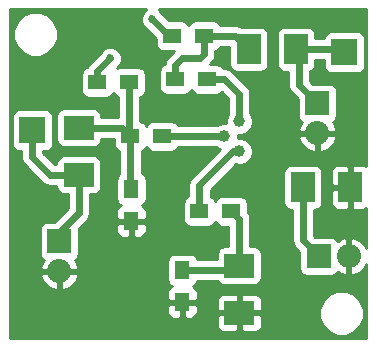
<source format=gtl>
G04 #@! TF.FileFunction,Copper,L1,Top,Signal*
%FSLAX46Y46*%
G04 Gerber Fmt 4.6, Leading zero omitted, Abs format (unit mm)*
G04 Created by KiCad (PCBNEW 0.201508140901+6091~28~ubuntu14.04.1-product) date Fri 18 Sep 2015 07:53:11 PM CEST*
%MOMM*%
G01*
G04 APERTURE LIST*
%ADD10C,0.076200*%
%ADD11R,2.500000X2.000000*%
%ADD12R,2.000000X2.500000*%
%ADD13R,2.032000X2.032000*%
%ADD14O,2.032000X2.032000*%
%ADD15C,1.000760*%
%ADD16R,1.500000X1.300000*%
%ADD17R,1.300000X1.500000*%
%ADD18R,2.235200X2.235200*%
%ADD19C,0.685800*%
%ADD20C,0.609600*%
%ADD21C,0.254000*%
G04 APERTURE END LIST*
D10*
D11*
X151765000Y-106458000D03*
X151765000Y-110458000D03*
X165354000Y-118142000D03*
X165354000Y-122142000D03*
D12*
X170720000Y-111506000D03*
X174720000Y-111506000D03*
X170148000Y-99822000D03*
X166148000Y-99822000D03*
D13*
X150114000Y-116078000D03*
D14*
X150114000Y-118618000D03*
D13*
X172085000Y-117348000D03*
D14*
X174625000Y-117348000D03*
D13*
X171958000Y-104394000D03*
D14*
X171958000Y-106934000D03*
D15*
X164084000Y-107188000D03*
X165354000Y-105918000D03*
X165354000Y-108458000D03*
D16*
X153336000Y-102616000D03*
X156036000Y-102616000D03*
D17*
X156210000Y-111680000D03*
X156210000Y-114380000D03*
D16*
X158830000Y-107188000D03*
X156130000Y-107188000D03*
X159686000Y-98679000D03*
X162386000Y-98679000D03*
X159940000Y-102362000D03*
X162640000Y-102362000D03*
X161972000Y-113538000D03*
X164672000Y-113538000D03*
D17*
X160528000Y-118538000D03*
X160528000Y-121238000D03*
D18*
X147828000Y-106680000D03*
X174244000Y-100076000D03*
D19*
X154432000Y-100584000D03*
X157988000Y-97282000D03*
D20*
X156036000Y-102616000D02*
X156036000Y-107094000D01*
X156036000Y-107094000D02*
X156130000Y-107188000D01*
X156130000Y-107188000D02*
X156130000Y-111600000D01*
X156130000Y-111600000D02*
X156210000Y-111680000D01*
X156083000Y-107141000D02*
X156130000Y-107188000D01*
X151765000Y-106458000D02*
X155400000Y-106458000D01*
X155400000Y-106458000D02*
X156130000Y-107188000D01*
X150114000Y-116078000D02*
X150114000Y-115316000D01*
X150114000Y-115316000D02*
X151765000Y-113665000D01*
X151765000Y-113665000D02*
X151765000Y-110458000D01*
X151765000Y-110458000D02*
X149320000Y-110458000D01*
X147828000Y-108966000D02*
X147828000Y-106680000D01*
X149320000Y-110458000D02*
X147828000Y-108966000D01*
X151638000Y-110585000D02*
X151765000Y-110458000D01*
X151479000Y-110744000D02*
X151765000Y-110458000D01*
X160528000Y-118538000D02*
X164958000Y-118538000D01*
X164958000Y-118538000D02*
X165354000Y-118142000D01*
X165354000Y-118142000D02*
X165354000Y-114220000D01*
X165354000Y-114220000D02*
X164672000Y-113538000D01*
X170720000Y-111506000D02*
X170720000Y-115983000D01*
X170720000Y-115983000D02*
X172085000Y-117348000D01*
X153336000Y-102616000D02*
X153336000Y-101680000D01*
X153336000Y-101680000D02*
X154432000Y-100584000D01*
X159686000Y-98679000D02*
X159385000Y-98679000D01*
X159385000Y-98679000D02*
X157988000Y-97282000D01*
X159639000Y-98726000D02*
X159686000Y-98679000D01*
X171958000Y-104394000D02*
X170434000Y-102870000D01*
X170434000Y-102870000D02*
X170434000Y-100108000D01*
X170434000Y-100108000D02*
X170148000Y-99822000D01*
X173990000Y-99822000D02*
X170148000Y-99822000D01*
X174244000Y-100076000D02*
X173990000Y-99822000D01*
X162386000Y-98679000D02*
X165005000Y-98679000D01*
X165005000Y-98679000D02*
X166148000Y-99822000D01*
X159940000Y-102362000D02*
X159940000Y-101172000D01*
X162386000Y-100250000D02*
X162386000Y-98679000D01*
X162052000Y-100584000D02*
X162386000Y-100250000D01*
X160528000Y-100584000D02*
X162052000Y-100584000D01*
X159940000Y-101172000D02*
X160528000Y-100584000D01*
X158830000Y-107188000D02*
X164084000Y-107188000D01*
X165354000Y-105918000D02*
X165354000Y-103632000D01*
X165354000Y-103632000D02*
X164084000Y-102362000D01*
X164084000Y-102362000D02*
X162640000Y-102362000D01*
X161972000Y-113538000D02*
X161972000Y-111332000D01*
X164846000Y-108458000D02*
X165354000Y-108458000D01*
X161972000Y-111332000D02*
X164846000Y-108458000D01*
D21*
G36*
X157434788Y-96452493D02*
X157159460Y-96727341D01*
X157010270Y-97086630D01*
X157009931Y-97475663D01*
X157158493Y-97835212D01*
X157433341Y-98110540D01*
X157525893Y-98148971D01*
X158288560Y-98911638D01*
X158288560Y-99329000D01*
X158332838Y-99564317D01*
X158471910Y-99780441D01*
X158684110Y-99925431D01*
X158936000Y-99976440D01*
X159806482Y-99976440D01*
X159275461Y-100507461D01*
X159071738Y-100812354D01*
X159015022Y-101097484D01*
X158954683Y-101108838D01*
X158738559Y-101247910D01*
X158593569Y-101460110D01*
X158542560Y-101712000D01*
X158542560Y-103012000D01*
X158586838Y-103247317D01*
X158725910Y-103463441D01*
X158938110Y-103608431D01*
X159190000Y-103659440D01*
X160690000Y-103659440D01*
X160925317Y-103615162D01*
X161141441Y-103476090D01*
X161286431Y-103263890D01*
X161289081Y-103250803D01*
X161425910Y-103463441D01*
X161638110Y-103608431D01*
X161890000Y-103659440D01*
X163390000Y-103659440D01*
X163625317Y-103615162D01*
X163841441Y-103476090D01*
X163852633Y-103459711D01*
X164414200Y-104021278D01*
X164414200Y-105251891D01*
X164392033Y-105274019D01*
X164218818Y-105691168D01*
X164218503Y-106052737D01*
X163859150Y-106052424D01*
X163441699Y-106224911D01*
X163418369Y-106248200D01*
X160148103Y-106248200D01*
X160044090Y-106086559D01*
X159831890Y-105941569D01*
X159580000Y-105890560D01*
X158080000Y-105890560D01*
X157844683Y-105934838D01*
X157628559Y-106073910D01*
X157483569Y-106286110D01*
X157480919Y-106299197D01*
X157344090Y-106086559D01*
X157131890Y-105941569D01*
X156975800Y-105909960D01*
X156975800Y-103877727D01*
X157021317Y-103869162D01*
X157237441Y-103730090D01*
X157382431Y-103517890D01*
X157433440Y-103266000D01*
X157433440Y-101966000D01*
X157389162Y-101730683D01*
X157250090Y-101514559D01*
X157037890Y-101369569D01*
X156786000Y-101318560D01*
X155286000Y-101318560D01*
X155050683Y-101362838D01*
X155009282Y-101389479D01*
X155260540Y-101138659D01*
X155409730Y-100779370D01*
X155410069Y-100390337D01*
X155261507Y-100030788D01*
X154986659Y-99755460D01*
X154627370Y-99606270D01*
X154238337Y-99605931D01*
X153878788Y-99754493D01*
X153603460Y-100029341D01*
X153565029Y-100121893D01*
X152671461Y-101015461D01*
X152467738Y-101320354D01*
X152463510Y-101341608D01*
X152350683Y-101362838D01*
X152134559Y-101501910D01*
X151989569Y-101714110D01*
X151938560Y-101966000D01*
X151938560Y-103266000D01*
X151982838Y-103501317D01*
X152121910Y-103717441D01*
X152334110Y-103862431D01*
X152586000Y-103913440D01*
X154086000Y-103913440D01*
X154321317Y-103869162D01*
X154537441Y-103730090D01*
X154682431Y-103517890D01*
X154685081Y-103504803D01*
X154821910Y-103717441D01*
X155034110Y-103862431D01*
X155096200Y-103875005D01*
X155096200Y-105518200D01*
X153662440Y-105518200D01*
X153662440Y-105458000D01*
X153618162Y-105222683D01*
X153479090Y-105006559D01*
X153266890Y-104861569D01*
X153015000Y-104810560D01*
X150515000Y-104810560D01*
X150279683Y-104854838D01*
X150063559Y-104993910D01*
X149918569Y-105206110D01*
X149867560Y-105458000D01*
X149867560Y-107458000D01*
X149911838Y-107693317D01*
X150050910Y-107909441D01*
X150263110Y-108054431D01*
X150515000Y-108105440D01*
X153015000Y-108105440D01*
X153250317Y-108061162D01*
X153466441Y-107922090D01*
X153611431Y-107709890D01*
X153662440Y-107458000D01*
X153662440Y-107397800D01*
X154732560Y-107397800D01*
X154732560Y-107838000D01*
X154776838Y-108073317D01*
X154915910Y-108289441D01*
X155128110Y-108434431D01*
X155190200Y-108447005D01*
X155190200Y-110413375D01*
X155108559Y-110465910D01*
X154963569Y-110678110D01*
X154912560Y-110930000D01*
X154912560Y-112430000D01*
X154956838Y-112665317D01*
X155095910Y-112881441D01*
X155308110Y-113026431D01*
X155341490Y-113033191D01*
X155200301Y-113091673D01*
X155021673Y-113270302D01*
X154925000Y-113503691D01*
X154925000Y-114094250D01*
X155083750Y-114253000D01*
X156083000Y-114253000D01*
X156083000Y-114233000D01*
X156337000Y-114233000D01*
X156337000Y-114253000D01*
X157336250Y-114253000D01*
X157495000Y-114094250D01*
X157495000Y-113503691D01*
X157398327Y-113270302D01*
X157219699Y-113091673D01*
X157083713Y-113035346D01*
X157095317Y-113033162D01*
X157311441Y-112894090D01*
X157456431Y-112681890D01*
X157507440Y-112430000D01*
X157507440Y-110930000D01*
X157463162Y-110694683D01*
X157324090Y-110478559D01*
X157111890Y-110333569D01*
X157069800Y-110325046D01*
X157069800Y-108449727D01*
X157115317Y-108441162D01*
X157331441Y-108302090D01*
X157476431Y-108089890D01*
X157479081Y-108076803D01*
X157615910Y-108289441D01*
X157828110Y-108434431D01*
X158080000Y-108485440D01*
X159580000Y-108485440D01*
X159815317Y-108441162D01*
X160031441Y-108302090D01*
X160150528Y-108127800D01*
X163417891Y-108127800D01*
X163440019Y-108149967D01*
X163712013Y-108262909D01*
X161307461Y-110667461D01*
X161103738Y-110972354D01*
X161032200Y-111332000D01*
X161032200Y-112276273D01*
X160986683Y-112284838D01*
X160770559Y-112423910D01*
X160625569Y-112636110D01*
X160574560Y-112888000D01*
X160574560Y-114188000D01*
X160618838Y-114423317D01*
X160757910Y-114639441D01*
X160970110Y-114784431D01*
X161222000Y-114835440D01*
X162722000Y-114835440D01*
X162957317Y-114791162D01*
X163173441Y-114652090D01*
X163318431Y-114439890D01*
X163321081Y-114426803D01*
X163457910Y-114639441D01*
X163670110Y-114784431D01*
X163922000Y-114835440D01*
X164414200Y-114835440D01*
X164414200Y-116494560D01*
X164104000Y-116494560D01*
X163868683Y-116538838D01*
X163652559Y-116677910D01*
X163507569Y-116890110D01*
X163456560Y-117142000D01*
X163456560Y-117598200D01*
X161789727Y-117598200D01*
X161781162Y-117552683D01*
X161642090Y-117336559D01*
X161429890Y-117191569D01*
X161178000Y-117140560D01*
X159878000Y-117140560D01*
X159642683Y-117184838D01*
X159426559Y-117323910D01*
X159281569Y-117536110D01*
X159230560Y-117788000D01*
X159230560Y-119288000D01*
X159274838Y-119523317D01*
X159413910Y-119739441D01*
X159626110Y-119884431D01*
X159659490Y-119891191D01*
X159518301Y-119949673D01*
X159339673Y-120128302D01*
X159243000Y-120361691D01*
X159243000Y-120952250D01*
X159401750Y-121111000D01*
X160401000Y-121111000D01*
X160401000Y-121091000D01*
X160655000Y-121091000D01*
X160655000Y-121111000D01*
X161654250Y-121111000D01*
X161749559Y-121015691D01*
X163469000Y-121015691D01*
X163469000Y-121856250D01*
X163627750Y-122015000D01*
X165227000Y-122015000D01*
X165227000Y-120665750D01*
X165481000Y-120665750D01*
X165481000Y-122015000D01*
X167080250Y-122015000D01*
X167239000Y-121856250D01*
X167239000Y-121015691D01*
X167142327Y-120782302D01*
X166963699Y-120603673D01*
X166730310Y-120507000D01*
X165639750Y-120507000D01*
X165481000Y-120665750D01*
X165227000Y-120665750D01*
X165068250Y-120507000D01*
X163977690Y-120507000D01*
X163744301Y-120603673D01*
X163565673Y-120782302D01*
X163469000Y-121015691D01*
X161749559Y-121015691D01*
X161813000Y-120952250D01*
X161813000Y-120361691D01*
X161716327Y-120128302D01*
X161537699Y-119949673D01*
X161401713Y-119893346D01*
X161413317Y-119891162D01*
X161629441Y-119752090D01*
X161774431Y-119539890D01*
X161787005Y-119477800D01*
X163565497Y-119477800D01*
X163639910Y-119593441D01*
X163852110Y-119738431D01*
X164104000Y-119789440D01*
X166604000Y-119789440D01*
X166839317Y-119745162D01*
X167055441Y-119606090D01*
X167200431Y-119393890D01*
X167251440Y-119142000D01*
X167251440Y-117142000D01*
X167207162Y-116906683D01*
X167068090Y-116690559D01*
X166855890Y-116545569D01*
X166604000Y-116494560D01*
X166293800Y-116494560D01*
X166293800Y-114220000D01*
X166222262Y-113860354D01*
X166069440Y-113631640D01*
X166069440Y-112888000D01*
X166025162Y-112652683D01*
X165886090Y-112436559D01*
X165673890Y-112291569D01*
X165422000Y-112240560D01*
X163922000Y-112240560D01*
X163686683Y-112284838D01*
X163470559Y-112423910D01*
X163325569Y-112636110D01*
X163322919Y-112649197D01*
X163186090Y-112436559D01*
X162973890Y-112291569D01*
X162911800Y-112278995D01*
X162911800Y-111721278D01*
X164377078Y-110256000D01*
X169072560Y-110256000D01*
X169072560Y-112756000D01*
X169116838Y-112991317D01*
X169255910Y-113207441D01*
X169468110Y-113352431D01*
X169720000Y-113403440D01*
X169780200Y-113403440D01*
X169780200Y-115983000D01*
X169851738Y-116342646D01*
X170055461Y-116647539D01*
X170421560Y-117013638D01*
X170421560Y-118364000D01*
X170465838Y-118599317D01*
X170604910Y-118815441D01*
X170817110Y-118960431D01*
X171069000Y-119011440D01*
X173101000Y-119011440D01*
X173336317Y-118967162D01*
X173552441Y-118828090D01*
X173663840Y-118665052D01*
X173760182Y-118754385D01*
X174242056Y-118953975D01*
X174498000Y-118834836D01*
X174498000Y-117475000D01*
X174478000Y-117475000D01*
X174478000Y-117221000D01*
X174498000Y-117221000D01*
X174498000Y-115861164D01*
X174242056Y-115742025D01*
X173760182Y-115941615D01*
X173662602Y-116032097D01*
X173565090Y-115880559D01*
X173352890Y-115735569D01*
X173101000Y-115684560D01*
X171750638Y-115684560D01*
X171659800Y-115593722D01*
X171659800Y-113403440D01*
X171720000Y-113403440D01*
X171955317Y-113359162D01*
X172171441Y-113220090D01*
X172316431Y-113007890D01*
X172367440Y-112756000D01*
X172367440Y-111791750D01*
X173085000Y-111791750D01*
X173085000Y-112882310D01*
X173181673Y-113115699D01*
X173360302Y-113294327D01*
X173593691Y-113391000D01*
X174434250Y-113391000D01*
X174593000Y-113232250D01*
X174593000Y-111633000D01*
X173243750Y-111633000D01*
X173085000Y-111791750D01*
X172367440Y-111791750D01*
X172367440Y-110256000D01*
X172343674Y-110129690D01*
X173085000Y-110129690D01*
X173085000Y-111220250D01*
X173243750Y-111379000D01*
X174593000Y-111379000D01*
X174593000Y-109779750D01*
X174434250Y-109621000D01*
X173593691Y-109621000D01*
X173360302Y-109717673D01*
X173181673Y-109896301D01*
X173085000Y-110129690D01*
X172343674Y-110129690D01*
X172323162Y-110020683D01*
X172184090Y-109804559D01*
X171971890Y-109659569D01*
X171720000Y-109608560D01*
X169720000Y-109608560D01*
X169484683Y-109652838D01*
X169268559Y-109791910D01*
X169123569Y-110004110D01*
X169072560Y-110256000D01*
X164377078Y-110256000D01*
X165065502Y-109567576D01*
X165127168Y-109593182D01*
X165578850Y-109593576D01*
X165996301Y-109421089D01*
X166315967Y-109101981D01*
X166489182Y-108684832D01*
X166489576Y-108233150D01*
X166317089Y-107815699D01*
X165997981Y-107496033D01*
X165580832Y-107322818D01*
X165219263Y-107322503D01*
X165219267Y-107316944D01*
X170352025Y-107316944D01*
X170551615Y-107798818D01*
X170989621Y-108271188D01*
X171575054Y-108539983D01*
X171831000Y-108421367D01*
X171831000Y-107061000D01*
X172085000Y-107061000D01*
X172085000Y-108421367D01*
X172340946Y-108539983D01*
X172926379Y-108271188D01*
X173364385Y-107798818D01*
X173563975Y-107316944D01*
X173444836Y-107061000D01*
X172085000Y-107061000D01*
X171831000Y-107061000D01*
X170471164Y-107061000D01*
X170352025Y-107316944D01*
X165219267Y-107316944D01*
X165219497Y-107053263D01*
X165578850Y-107053576D01*
X165996301Y-106881089D01*
X166315967Y-106561981D01*
X166489182Y-106144832D01*
X166489576Y-105693150D01*
X166317089Y-105275699D01*
X166293800Y-105252369D01*
X166293800Y-103632000D01*
X166222262Y-103272354D01*
X166018539Y-102967461D01*
X164748539Y-101697461D01*
X164443646Y-101493738D01*
X164084000Y-101422200D01*
X163958103Y-101422200D01*
X163854090Y-101260559D01*
X163641890Y-101115569D01*
X163390000Y-101064560D01*
X162900518Y-101064560D01*
X163050539Y-100914539D01*
X163254262Y-100609646D01*
X163325800Y-100250000D01*
X163325800Y-99940727D01*
X163371317Y-99932162D01*
X163587441Y-99793090D01*
X163706528Y-99618800D01*
X164500560Y-99618800D01*
X164500560Y-101072000D01*
X164544838Y-101307317D01*
X164683910Y-101523441D01*
X164896110Y-101668431D01*
X165148000Y-101719440D01*
X167148000Y-101719440D01*
X167383317Y-101675162D01*
X167599441Y-101536090D01*
X167744431Y-101323890D01*
X167795440Y-101072000D01*
X167795440Y-98572000D01*
X168500560Y-98572000D01*
X168500560Y-101072000D01*
X168544838Y-101307317D01*
X168683910Y-101523441D01*
X168896110Y-101668431D01*
X169148000Y-101719440D01*
X169494200Y-101719440D01*
X169494200Y-102870000D01*
X169565738Y-103229646D01*
X169769461Y-103534539D01*
X170294560Y-104059638D01*
X170294560Y-105410000D01*
X170338838Y-105645317D01*
X170477910Y-105861441D01*
X170640948Y-105972840D01*
X170551615Y-106069182D01*
X170352025Y-106551056D01*
X170471164Y-106807000D01*
X171831000Y-106807000D01*
X171831000Y-106787000D01*
X172085000Y-106787000D01*
X172085000Y-106807000D01*
X173444836Y-106807000D01*
X173563975Y-106551056D01*
X173364385Y-106069182D01*
X173273903Y-105971602D01*
X173425441Y-105874090D01*
X173570431Y-105661890D01*
X173621440Y-105410000D01*
X173621440Y-103378000D01*
X173577162Y-103142683D01*
X173438090Y-102926559D01*
X173225890Y-102781569D01*
X172974000Y-102730560D01*
X171623638Y-102730560D01*
X171373800Y-102480722D01*
X171373800Y-101676953D01*
X171383317Y-101675162D01*
X171599441Y-101536090D01*
X171744431Y-101323890D01*
X171795440Y-101072000D01*
X171795440Y-100761800D01*
X172478960Y-100761800D01*
X172478960Y-101193600D01*
X172523238Y-101428917D01*
X172662310Y-101645041D01*
X172874510Y-101790031D01*
X173126400Y-101841040D01*
X175361600Y-101841040D01*
X175596917Y-101796762D01*
X175813041Y-101657690D01*
X175958031Y-101445490D01*
X176009040Y-101193600D01*
X176009040Y-98958400D01*
X175964762Y-98723083D01*
X175825690Y-98506959D01*
X175613490Y-98361969D01*
X175361600Y-98310960D01*
X173126400Y-98310960D01*
X172891083Y-98355238D01*
X172674959Y-98494310D01*
X172529969Y-98706510D01*
X172494391Y-98882200D01*
X171795440Y-98882200D01*
X171795440Y-98572000D01*
X171751162Y-98336683D01*
X171612090Y-98120559D01*
X171399890Y-97975569D01*
X171148000Y-97924560D01*
X169148000Y-97924560D01*
X168912683Y-97968838D01*
X168696559Y-98107910D01*
X168551569Y-98320110D01*
X168500560Y-98572000D01*
X167795440Y-98572000D01*
X167751162Y-98336683D01*
X167612090Y-98120559D01*
X167399890Y-97975569D01*
X167148000Y-97924560D01*
X165534993Y-97924560D01*
X165364646Y-97810738D01*
X165005000Y-97739200D01*
X163704103Y-97739200D01*
X163600090Y-97577559D01*
X163387890Y-97432569D01*
X163136000Y-97381560D01*
X161636000Y-97381560D01*
X161400683Y-97425838D01*
X161184559Y-97564910D01*
X161039569Y-97777110D01*
X161036919Y-97790197D01*
X160900090Y-97577559D01*
X160687890Y-97432569D01*
X160436000Y-97381560D01*
X159416638Y-97381560D01*
X158855277Y-96820199D01*
X158817507Y-96728788D01*
X158542659Y-96453460D01*
X158517469Y-96443000D01*
X176099000Y-96443000D01*
X176099000Y-109736975D01*
X176079698Y-109717673D01*
X175846309Y-109621000D01*
X175005750Y-109621000D01*
X174847000Y-109779750D01*
X174847000Y-111379000D01*
X174867000Y-111379000D01*
X174867000Y-111633000D01*
X174847000Y-111633000D01*
X174847000Y-113232250D01*
X175005750Y-113391000D01*
X175846309Y-113391000D01*
X176079698Y-113294327D01*
X176099000Y-113275025D01*
X176099000Y-116677596D01*
X175962188Y-116379621D01*
X175489818Y-115941615D01*
X175007944Y-115742025D01*
X174752000Y-115861164D01*
X174752000Y-117221000D01*
X174772000Y-117221000D01*
X174772000Y-117475000D01*
X174752000Y-117475000D01*
X174752000Y-118834836D01*
X175007944Y-118953975D01*
X175489818Y-118754385D01*
X175962188Y-118316379D01*
X176099000Y-118018404D01*
X176099000Y-124283000D01*
X145973000Y-124283000D01*
X145973000Y-121523750D01*
X159243000Y-121523750D01*
X159243000Y-122114309D01*
X159339673Y-122347698D01*
X159518301Y-122526327D01*
X159751690Y-122623000D01*
X160242250Y-122623000D01*
X160401000Y-122464250D01*
X160401000Y-121365000D01*
X160655000Y-121365000D01*
X160655000Y-122464250D01*
X160813750Y-122623000D01*
X161304310Y-122623000D01*
X161537699Y-122526327D01*
X161636275Y-122427750D01*
X163469000Y-122427750D01*
X163469000Y-123268309D01*
X163565673Y-123501698D01*
X163744301Y-123680327D01*
X163977690Y-123777000D01*
X165068250Y-123777000D01*
X165227000Y-123618250D01*
X165227000Y-122269000D01*
X165481000Y-122269000D01*
X165481000Y-123618250D01*
X165639750Y-123777000D01*
X166730310Y-123777000D01*
X166963699Y-123680327D01*
X167142327Y-123501698D01*
X167239000Y-123268309D01*
X167239000Y-122547305D01*
X172104674Y-122547305D01*
X172391043Y-123240372D01*
X172920839Y-123771093D01*
X173613405Y-124058672D01*
X174363305Y-124059326D01*
X175056372Y-123772957D01*
X175587093Y-123243161D01*
X175874672Y-122550595D01*
X175875326Y-121800695D01*
X175588957Y-121107628D01*
X175059161Y-120576907D01*
X174366595Y-120289328D01*
X173616695Y-120288674D01*
X172923628Y-120575043D01*
X172392907Y-121104839D01*
X172105328Y-121797405D01*
X172104674Y-122547305D01*
X167239000Y-122547305D01*
X167239000Y-122427750D01*
X167080250Y-122269000D01*
X165481000Y-122269000D01*
X165227000Y-122269000D01*
X163627750Y-122269000D01*
X163469000Y-122427750D01*
X161636275Y-122427750D01*
X161716327Y-122347698D01*
X161813000Y-122114309D01*
X161813000Y-121523750D01*
X161654250Y-121365000D01*
X160655000Y-121365000D01*
X160401000Y-121365000D01*
X159401750Y-121365000D01*
X159243000Y-121523750D01*
X145973000Y-121523750D01*
X145973000Y-119000944D01*
X148508025Y-119000944D01*
X148707615Y-119482818D01*
X149145621Y-119955188D01*
X149731054Y-120223983D01*
X149987000Y-120105367D01*
X149987000Y-118745000D01*
X150241000Y-118745000D01*
X150241000Y-120105367D01*
X150496946Y-120223983D01*
X151082379Y-119955188D01*
X151520385Y-119482818D01*
X151719975Y-119000944D01*
X151600836Y-118745000D01*
X150241000Y-118745000D01*
X149987000Y-118745000D01*
X148627164Y-118745000D01*
X148508025Y-119000944D01*
X145973000Y-119000944D01*
X145973000Y-105562400D01*
X146062960Y-105562400D01*
X146062960Y-107797600D01*
X146107238Y-108032917D01*
X146246310Y-108249041D01*
X146458510Y-108394031D01*
X146710400Y-108445040D01*
X146888200Y-108445040D01*
X146888200Y-108966000D01*
X146959738Y-109325646D01*
X147163461Y-109630539D01*
X148655461Y-111122539D01*
X148960354Y-111326262D01*
X149320000Y-111397800D01*
X149867560Y-111397800D01*
X149867560Y-111458000D01*
X149911838Y-111693317D01*
X150050910Y-111909441D01*
X150263110Y-112054431D01*
X150515000Y-112105440D01*
X150825200Y-112105440D01*
X150825200Y-113275722D01*
X149686362Y-114414560D01*
X149098000Y-114414560D01*
X148862683Y-114458838D01*
X148646559Y-114597910D01*
X148501569Y-114810110D01*
X148450560Y-115062000D01*
X148450560Y-117094000D01*
X148494838Y-117329317D01*
X148633910Y-117545441D01*
X148796948Y-117656840D01*
X148707615Y-117753182D01*
X148508025Y-118235056D01*
X148627164Y-118491000D01*
X149987000Y-118491000D01*
X149987000Y-118471000D01*
X150241000Y-118471000D01*
X150241000Y-118491000D01*
X151600836Y-118491000D01*
X151719975Y-118235056D01*
X151520385Y-117753182D01*
X151429903Y-117655602D01*
X151581441Y-117558090D01*
X151726431Y-117345890D01*
X151777440Y-117094000D01*
X151777440Y-115062000D01*
X151764713Y-114994365D01*
X152093328Y-114665750D01*
X154925000Y-114665750D01*
X154925000Y-115256309D01*
X155021673Y-115489698D01*
X155200301Y-115668327D01*
X155433690Y-115765000D01*
X155924250Y-115765000D01*
X156083000Y-115606250D01*
X156083000Y-114507000D01*
X156337000Y-114507000D01*
X156337000Y-115606250D01*
X156495750Y-115765000D01*
X156986310Y-115765000D01*
X157219699Y-115668327D01*
X157398327Y-115489698D01*
X157495000Y-115256309D01*
X157495000Y-114665750D01*
X157336250Y-114507000D01*
X156337000Y-114507000D01*
X156083000Y-114507000D01*
X155083750Y-114507000D01*
X154925000Y-114665750D01*
X152093328Y-114665750D01*
X152429539Y-114329539D01*
X152633262Y-114024646D01*
X152704800Y-113665000D01*
X152704800Y-112105440D01*
X153015000Y-112105440D01*
X153250317Y-112061162D01*
X153466441Y-111922090D01*
X153611431Y-111709890D01*
X153662440Y-111458000D01*
X153662440Y-109458000D01*
X153618162Y-109222683D01*
X153479090Y-109006559D01*
X153266890Y-108861569D01*
X153015000Y-108810560D01*
X150515000Y-108810560D01*
X150279683Y-108854838D01*
X150063559Y-108993910D01*
X149918569Y-109206110D01*
X149867560Y-109458000D01*
X149867560Y-109518200D01*
X149709278Y-109518200D01*
X148767800Y-108576722D01*
X148767800Y-108445040D01*
X148945600Y-108445040D01*
X149180917Y-108400762D01*
X149397041Y-108261690D01*
X149542031Y-108049490D01*
X149593040Y-107797600D01*
X149593040Y-105562400D01*
X149548762Y-105327083D01*
X149409690Y-105110959D01*
X149197490Y-104965969D01*
X148945600Y-104914960D01*
X146710400Y-104914960D01*
X146475083Y-104959238D01*
X146258959Y-105098310D01*
X146113969Y-105310510D01*
X146062960Y-105562400D01*
X145973000Y-105562400D01*
X145973000Y-98925305D01*
X146196674Y-98925305D01*
X146483043Y-99618372D01*
X147012839Y-100149093D01*
X147705405Y-100436672D01*
X148455305Y-100437326D01*
X149148372Y-100150957D01*
X149679093Y-99621161D01*
X149966672Y-98928595D01*
X149967326Y-98178695D01*
X149680957Y-97485628D01*
X149151161Y-96954907D01*
X148458595Y-96667328D01*
X147708695Y-96666674D01*
X147015628Y-96953043D01*
X146484907Y-97482839D01*
X146197328Y-98175405D01*
X146196674Y-98925305D01*
X145973000Y-98925305D01*
X145973000Y-96443000D01*
X157457763Y-96443000D01*
X157434788Y-96452493D01*
X157434788Y-96452493D01*
G37*
X157434788Y-96452493D02*
X157159460Y-96727341D01*
X157010270Y-97086630D01*
X157009931Y-97475663D01*
X157158493Y-97835212D01*
X157433341Y-98110540D01*
X157525893Y-98148971D01*
X158288560Y-98911638D01*
X158288560Y-99329000D01*
X158332838Y-99564317D01*
X158471910Y-99780441D01*
X158684110Y-99925431D01*
X158936000Y-99976440D01*
X159806482Y-99976440D01*
X159275461Y-100507461D01*
X159071738Y-100812354D01*
X159015022Y-101097484D01*
X158954683Y-101108838D01*
X158738559Y-101247910D01*
X158593569Y-101460110D01*
X158542560Y-101712000D01*
X158542560Y-103012000D01*
X158586838Y-103247317D01*
X158725910Y-103463441D01*
X158938110Y-103608431D01*
X159190000Y-103659440D01*
X160690000Y-103659440D01*
X160925317Y-103615162D01*
X161141441Y-103476090D01*
X161286431Y-103263890D01*
X161289081Y-103250803D01*
X161425910Y-103463441D01*
X161638110Y-103608431D01*
X161890000Y-103659440D01*
X163390000Y-103659440D01*
X163625317Y-103615162D01*
X163841441Y-103476090D01*
X163852633Y-103459711D01*
X164414200Y-104021278D01*
X164414200Y-105251891D01*
X164392033Y-105274019D01*
X164218818Y-105691168D01*
X164218503Y-106052737D01*
X163859150Y-106052424D01*
X163441699Y-106224911D01*
X163418369Y-106248200D01*
X160148103Y-106248200D01*
X160044090Y-106086559D01*
X159831890Y-105941569D01*
X159580000Y-105890560D01*
X158080000Y-105890560D01*
X157844683Y-105934838D01*
X157628559Y-106073910D01*
X157483569Y-106286110D01*
X157480919Y-106299197D01*
X157344090Y-106086559D01*
X157131890Y-105941569D01*
X156975800Y-105909960D01*
X156975800Y-103877727D01*
X157021317Y-103869162D01*
X157237441Y-103730090D01*
X157382431Y-103517890D01*
X157433440Y-103266000D01*
X157433440Y-101966000D01*
X157389162Y-101730683D01*
X157250090Y-101514559D01*
X157037890Y-101369569D01*
X156786000Y-101318560D01*
X155286000Y-101318560D01*
X155050683Y-101362838D01*
X155009282Y-101389479D01*
X155260540Y-101138659D01*
X155409730Y-100779370D01*
X155410069Y-100390337D01*
X155261507Y-100030788D01*
X154986659Y-99755460D01*
X154627370Y-99606270D01*
X154238337Y-99605931D01*
X153878788Y-99754493D01*
X153603460Y-100029341D01*
X153565029Y-100121893D01*
X152671461Y-101015461D01*
X152467738Y-101320354D01*
X152463510Y-101341608D01*
X152350683Y-101362838D01*
X152134559Y-101501910D01*
X151989569Y-101714110D01*
X151938560Y-101966000D01*
X151938560Y-103266000D01*
X151982838Y-103501317D01*
X152121910Y-103717441D01*
X152334110Y-103862431D01*
X152586000Y-103913440D01*
X154086000Y-103913440D01*
X154321317Y-103869162D01*
X154537441Y-103730090D01*
X154682431Y-103517890D01*
X154685081Y-103504803D01*
X154821910Y-103717441D01*
X155034110Y-103862431D01*
X155096200Y-103875005D01*
X155096200Y-105518200D01*
X153662440Y-105518200D01*
X153662440Y-105458000D01*
X153618162Y-105222683D01*
X153479090Y-105006559D01*
X153266890Y-104861569D01*
X153015000Y-104810560D01*
X150515000Y-104810560D01*
X150279683Y-104854838D01*
X150063559Y-104993910D01*
X149918569Y-105206110D01*
X149867560Y-105458000D01*
X149867560Y-107458000D01*
X149911838Y-107693317D01*
X150050910Y-107909441D01*
X150263110Y-108054431D01*
X150515000Y-108105440D01*
X153015000Y-108105440D01*
X153250317Y-108061162D01*
X153466441Y-107922090D01*
X153611431Y-107709890D01*
X153662440Y-107458000D01*
X153662440Y-107397800D01*
X154732560Y-107397800D01*
X154732560Y-107838000D01*
X154776838Y-108073317D01*
X154915910Y-108289441D01*
X155128110Y-108434431D01*
X155190200Y-108447005D01*
X155190200Y-110413375D01*
X155108559Y-110465910D01*
X154963569Y-110678110D01*
X154912560Y-110930000D01*
X154912560Y-112430000D01*
X154956838Y-112665317D01*
X155095910Y-112881441D01*
X155308110Y-113026431D01*
X155341490Y-113033191D01*
X155200301Y-113091673D01*
X155021673Y-113270302D01*
X154925000Y-113503691D01*
X154925000Y-114094250D01*
X155083750Y-114253000D01*
X156083000Y-114253000D01*
X156083000Y-114233000D01*
X156337000Y-114233000D01*
X156337000Y-114253000D01*
X157336250Y-114253000D01*
X157495000Y-114094250D01*
X157495000Y-113503691D01*
X157398327Y-113270302D01*
X157219699Y-113091673D01*
X157083713Y-113035346D01*
X157095317Y-113033162D01*
X157311441Y-112894090D01*
X157456431Y-112681890D01*
X157507440Y-112430000D01*
X157507440Y-110930000D01*
X157463162Y-110694683D01*
X157324090Y-110478559D01*
X157111890Y-110333569D01*
X157069800Y-110325046D01*
X157069800Y-108449727D01*
X157115317Y-108441162D01*
X157331441Y-108302090D01*
X157476431Y-108089890D01*
X157479081Y-108076803D01*
X157615910Y-108289441D01*
X157828110Y-108434431D01*
X158080000Y-108485440D01*
X159580000Y-108485440D01*
X159815317Y-108441162D01*
X160031441Y-108302090D01*
X160150528Y-108127800D01*
X163417891Y-108127800D01*
X163440019Y-108149967D01*
X163712013Y-108262909D01*
X161307461Y-110667461D01*
X161103738Y-110972354D01*
X161032200Y-111332000D01*
X161032200Y-112276273D01*
X160986683Y-112284838D01*
X160770559Y-112423910D01*
X160625569Y-112636110D01*
X160574560Y-112888000D01*
X160574560Y-114188000D01*
X160618838Y-114423317D01*
X160757910Y-114639441D01*
X160970110Y-114784431D01*
X161222000Y-114835440D01*
X162722000Y-114835440D01*
X162957317Y-114791162D01*
X163173441Y-114652090D01*
X163318431Y-114439890D01*
X163321081Y-114426803D01*
X163457910Y-114639441D01*
X163670110Y-114784431D01*
X163922000Y-114835440D01*
X164414200Y-114835440D01*
X164414200Y-116494560D01*
X164104000Y-116494560D01*
X163868683Y-116538838D01*
X163652559Y-116677910D01*
X163507569Y-116890110D01*
X163456560Y-117142000D01*
X163456560Y-117598200D01*
X161789727Y-117598200D01*
X161781162Y-117552683D01*
X161642090Y-117336559D01*
X161429890Y-117191569D01*
X161178000Y-117140560D01*
X159878000Y-117140560D01*
X159642683Y-117184838D01*
X159426559Y-117323910D01*
X159281569Y-117536110D01*
X159230560Y-117788000D01*
X159230560Y-119288000D01*
X159274838Y-119523317D01*
X159413910Y-119739441D01*
X159626110Y-119884431D01*
X159659490Y-119891191D01*
X159518301Y-119949673D01*
X159339673Y-120128302D01*
X159243000Y-120361691D01*
X159243000Y-120952250D01*
X159401750Y-121111000D01*
X160401000Y-121111000D01*
X160401000Y-121091000D01*
X160655000Y-121091000D01*
X160655000Y-121111000D01*
X161654250Y-121111000D01*
X161749559Y-121015691D01*
X163469000Y-121015691D01*
X163469000Y-121856250D01*
X163627750Y-122015000D01*
X165227000Y-122015000D01*
X165227000Y-120665750D01*
X165481000Y-120665750D01*
X165481000Y-122015000D01*
X167080250Y-122015000D01*
X167239000Y-121856250D01*
X167239000Y-121015691D01*
X167142327Y-120782302D01*
X166963699Y-120603673D01*
X166730310Y-120507000D01*
X165639750Y-120507000D01*
X165481000Y-120665750D01*
X165227000Y-120665750D01*
X165068250Y-120507000D01*
X163977690Y-120507000D01*
X163744301Y-120603673D01*
X163565673Y-120782302D01*
X163469000Y-121015691D01*
X161749559Y-121015691D01*
X161813000Y-120952250D01*
X161813000Y-120361691D01*
X161716327Y-120128302D01*
X161537699Y-119949673D01*
X161401713Y-119893346D01*
X161413317Y-119891162D01*
X161629441Y-119752090D01*
X161774431Y-119539890D01*
X161787005Y-119477800D01*
X163565497Y-119477800D01*
X163639910Y-119593441D01*
X163852110Y-119738431D01*
X164104000Y-119789440D01*
X166604000Y-119789440D01*
X166839317Y-119745162D01*
X167055441Y-119606090D01*
X167200431Y-119393890D01*
X167251440Y-119142000D01*
X167251440Y-117142000D01*
X167207162Y-116906683D01*
X167068090Y-116690559D01*
X166855890Y-116545569D01*
X166604000Y-116494560D01*
X166293800Y-116494560D01*
X166293800Y-114220000D01*
X166222262Y-113860354D01*
X166069440Y-113631640D01*
X166069440Y-112888000D01*
X166025162Y-112652683D01*
X165886090Y-112436559D01*
X165673890Y-112291569D01*
X165422000Y-112240560D01*
X163922000Y-112240560D01*
X163686683Y-112284838D01*
X163470559Y-112423910D01*
X163325569Y-112636110D01*
X163322919Y-112649197D01*
X163186090Y-112436559D01*
X162973890Y-112291569D01*
X162911800Y-112278995D01*
X162911800Y-111721278D01*
X164377078Y-110256000D01*
X169072560Y-110256000D01*
X169072560Y-112756000D01*
X169116838Y-112991317D01*
X169255910Y-113207441D01*
X169468110Y-113352431D01*
X169720000Y-113403440D01*
X169780200Y-113403440D01*
X169780200Y-115983000D01*
X169851738Y-116342646D01*
X170055461Y-116647539D01*
X170421560Y-117013638D01*
X170421560Y-118364000D01*
X170465838Y-118599317D01*
X170604910Y-118815441D01*
X170817110Y-118960431D01*
X171069000Y-119011440D01*
X173101000Y-119011440D01*
X173336317Y-118967162D01*
X173552441Y-118828090D01*
X173663840Y-118665052D01*
X173760182Y-118754385D01*
X174242056Y-118953975D01*
X174498000Y-118834836D01*
X174498000Y-117475000D01*
X174478000Y-117475000D01*
X174478000Y-117221000D01*
X174498000Y-117221000D01*
X174498000Y-115861164D01*
X174242056Y-115742025D01*
X173760182Y-115941615D01*
X173662602Y-116032097D01*
X173565090Y-115880559D01*
X173352890Y-115735569D01*
X173101000Y-115684560D01*
X171750638Y-115684560D01*
X171659800Y-115593722D01*
X171659800Y-113403440D01*
X171720000Y-113403440D01*
X171955317Y-113359162D01*
X172171441Y-113220090D01*
X172316431Y-113007890D01*
X172367440Y-112756000D01*
X172367440Y-111791750D01*
X173085000Y-111791750D01*
X173085000Y-112882310D01*
X173181673Y-113115699D01*
X173360302Y-113294327D01*
X173593691Y-113391000D01*
X174434250Y-113391000D01*
X174593000Y-113232250D01*
X174593000Y-111633000D01*
X173243750Y-111633000D01*
X173085000Y-111791750D01*
X172367440Y-111791750D01*
X172367440Y-110256000D01*
X172343674Y-110129690D01*
X173085000Y-110129690D01*
X173085000Y-111220250D01*
X173243750Y-111379000D01*
X174593000Y-111379000D01*
X174593000Y-109779750D01*
X174434250Y-109621000D01*
X173593691Y-109621000D01*
X173360302Y-109717673D01*
X173181673Y-109896301D01*
X173085000Y-110129690D01*
X172343674Y-110129690D01*
X172323162Y-110020683D01*
X172184090Y-109804559D01*
X171971890Y-109659569D01*
X171720000Y-109608560D01*
X169720000Y-109608560D01*
X169484683Y-109652838D01*
X169268559Y-109791910D01*
X169123569Y-110004110D01*
X169072560Y-110256000D01*
X164377078Y-110256000D01*
X165065502Y-109567576D01*
X165127168Y-109593182D01*
X165578850Y-109593576D01*
X165996301Y-109421089D01*
X166315967Y-109101981D01*
X166489182Y-108684832D01*
X166489576Y-108233150D01*
X166317089Y-107815699D01*
X165997981Y-107496033D01*
X165580832Y-107322818D01*
X165219263Y-107322503D01*
X165219267Y-107316944D01*
X170352025Y-107316944D01*
X170551615Y-107798818D01*
X170989621Y-108271188D01*
X171575054Y-108539983D01*
X171831000Y-108421367D01*
X171831000Y-107061000D01*
X172085000Y-107061000D01*
X172085000Y-108421367D01*
X172340946Y-108539983D01*
X172926379Y-108271188D01*
X173364385Y-107798818D01*
X173563975Y-107316944D01*
X173444836Y-107061000D01*
X172085000Y-107061000D01*
X171831000Y-107061000D01*
X170471164Y-107061000D01*
X170352025Y-107316944D01*
X165219267Y-107316944D01*
X165219497Y-107053263D01*
X165578850Y-107053576D01*
X165996301Y-106881089D01*
X166315967Y-106561981D01*
X166489182Y-106144832D01*
X166489576Y-105693150D01*
X166317089Y-105275699D01*
X166293800Y-105252369D01*
X166293800Y-103632000D01*
X166222262Y-103272354D01*
X166018539Y-102967461D01*
X164748539Y-101697461D01*
X164443646Y-101493738D01*
X164084000Y-101422200D01*
X163958103Y-101422200D01*
X163854090Y-101260559D01*
X163641890Y-101115569D01*
X163390000Y-101064560D01*
X162900518Y-101064560D01*
X163050539Y-100914539D01*
X163254262Y-100609646D01*
X163325800Y-100250000D01*
X163325800Y-99940727D01*
X163371317Y-99932162D01*
X163587441Y-99793090D01*
X163706528Y-99618800D01*
X164500560Y-99618800D01*
X164500560Y-101072000D01*
X164544838Y-101307317D01*
X164683910Y-101523441D01*
X164896110Y-101668431D01*
X165148000Y-101719440D01*
X167148000Y-101719440D01*
X167383317Y-101675162D01*
X167599441Y-101536090D01*
X167744431Y-101323890D01*
X167795440Y-101072000D01*
X167795440Y-98572000D01*
X168500560Y-98572000D01*
X168500560Y-101072000D01*
X168544838Y-101307317D01*
X168683910Y-101523441D01*
X168896110Y-101668431D01*
X169148000Y-101719440D01*
X169494200Y-101719440D01*
X169494200Y-102870000D01*
X169565738Y-103229646D01*
X169769461Y-103534539D01*
X170294560Y-104059638D01*
X170294560Y-105410000D01*
X170338838Y-105645317D01*
X170477910Y-105861441D01*
X170640948Y-105972840D01*
X170551615Y-106069182D01*
X170352025Y-106551056D01*
X170471164Y-106807000D01*
X171831000Y-106807000D01*
X171831000Y-106787000D01*
X172085000Y-106787000D01*
X172085000Y-106807000D01*
X173444836Y-106807000D01*
X173563975Y-106551056D01*
X173364385Y-106069182D01*
X173273903Y-105971602D01*
X173425441Y-105874090D01*
X173570431Y-105661890D01*
X173621440Y-105410000D01*
X173621440Y-103378000D01*
X173577162Y-103142683D01*
X173438090Y-102926559D01*
X173225890Y-102781569D01*
X172974000Y-102730560D01*
X171623638Y-102730560D01*
X171373800Y-102480722D01*
X171373800Y-101676953D01*
X171383317Y-101675162D01*
X171599441Y-101536090D01*
X171744431Y-101323890D01*
X171795440Y-101072000D01*
X171795440Y-100761800D01*
X172478960Y-100761800D01*
X172478960Y-101193600D01*
X172523238Y-101428917D01*
X172662310Y-101645041D01*
X172874510Y-101790031D01*
X173126400Y-101841040D01*
X175361600Y-101841040D01*
X175596917Y-101796762D01*
X175813041Y-101657690D01*
X175958031Y-101445490D01*
X176009040Y-101193600D01*
X176009040Y-98958400D01*
X175964762Y-98723083D01*
X175825690Y-98506959D01*
X175613490Y-98361969D01*
X175361600Y-98310960D01*
X173126400Y-98310960D01*
X172891083Y-98355238D01*
X172674959Y-98494310D01*
X172529969Y-98706510D01*
X172494391Y-98882200D01*
X171795440Y-98882200D01*
X171795440Y-98572000D01*
X171751162Y-98336683D01*
X171612090Y-98120559D01*
X171399890Y-97975569D01*
X171148000Y-97924560D01*
X169148000Y-97924560D01*
X168912683Y-97968838D01*
X168696559Y-98107910D01*
X168551569Y-98320110D01*
X168500560Y-98572000D01*
X167795440Y-98572000D01*
X167751162Y-98336683D01*
X167612090Y-98120559D01*
X167399890Y-97975569D01*
X167148000Y-97924560D01*
X165534993Y-97924560D01*
X165364646Y-97810738D01*
X165005000Y-97739200D01*
X163704103Y-97739200D01*
X163600090Y-97577559D01*
X163387890Y-97432569D01*
X163136000Y-97381560D01*
X161636000Y-97381560D01*
X161400683Y-97425838D01*
X161184559Y-97564910D01*
X161039569Y-97777110D01*
X161036919Y-97790197D01*
X160900090Y-97577559D01*
X160687890Y-97432569D01*
X160436000Y-97381560D01*
X159416638Y-97381560D01*
X158855277Y-96820199D01*
X158817507Y-96728788D01*
X158542659Y-96453460D01*
X158517469Y-96443000D01*
X176099000Y-96443000D01*
X176099000Y-109736975D01*
X176079698Y-109717673D01*
X175846309Y-109621000D01*
X175005750Y-109621000D01*
X174847000Y-109779750D01*
X174847000Y-111379000D01*
X174867000Y-111379000D01*
X174867000Y-111633000D01*
X174847000Y-111633000D01*
X174847000Y-113232250D01*
X175005750Y-113391000D01*
X175846309Y-113391000D01*
X176079698Y-113294327D01*
X176099000Y-113275025D01*
X176099000Y-116677596D01*
X175962188Y-116379621D01*
X175489818Y-115941615D01*
X175007944Y-115742025D01*
X174752000Y-115861164D01*
X174752000Y-117221000D01*
X174772000Y-117221000D01*
X174772000Y-117475000D01*
X174752000Y-117475000D01*
X174752000Y-118834836D01*
X175007944Y-118953975D01*
X175489818Y-118754385D01*
X175962188Y-118316379D01*
X176099000Y-118018404D01*
X176099000Y-124283000D01*
X145973000Y-124283000D01*
X145973000Y-121523750D01*
X159243000Y-121523750D01*
X159243000Y-122114309D01*
X159339673Y-122347698D01*
X159518301Y-122526327D01*
X159751690Y-122623000D01*
X160242250Y-122623000D01*
X160401000Y-122464250D01*
X160401000Y-121365000D01*
X160655000Y-121365000D01*
X160655000Y-122464250D01*
X160813750Y-122623000D01*
X161304310Y-122623000D01*
X161537699Y-122526327D01*
X161636275Y-122427750D01*
X163469000Y-122427750D01*
X163469000Y-123268309D01*
X163565673Y-123501698D01*
X163744301Y-123680327D01*
X163977690Y-123777000D01*
X165068250Y-123777000D01*
X165227000Y-123618250D01*
X165227000Y-122269000D01*
X165481000Y-122269000D01*
X165481000Y-123618250D01*
X165639750Y-123777000D01*
X166730310Y-123777000D01*
X166963699Y-123680327D01*
X167142327Y-123501698D01*
X167239000Y-123268309D01*
X167239000Y-122547305D01*
X172104674Y-122547305D01*
X172391043Y-123240372D01*
X172920839Y-123771093D01*
X173613405Y-124058672D01*
X174363305Y-124059326D01*
X175056372Y-123772957D01*
X175587093Y-123243161D01*
X175874672Y-122550595D01*
X175875326Y-121800695D01*
X175588957Y-121107628D01*
X175059161Y-120576907D01*
X174366595Y-120289328D01*
X173616695Y-120288674D01*
X172923628Y-120575043D01*
X172392907Y-121104839D01*
X172105328Y-121797405D01*
X172104674Y-122547305D01*
X167239000Y-122547305D01*
X167239000Y-122427750D01*
X167080250Y-122269000D01*
X165481000Y-122269000D01*
X165227000Y-122269000D01*
X163627750Y-122269000D01*
X163469000Y-122427750D01*
X161636275Y-122427750D01*
X161716327Y-122347698D01*
X161813000Y-122114309D01*
X161813000Y-121523750D01*
X161654250Y-121365000D01*
X160655000Y-121365000D01*
X160401000Y-121365000D01*
X159401750Y-121365000D01*
X159243000Y-121523750D01*
X145973000Y-121523750D01*
X145973000Y-119000944D01*
X148508025Y-119000944D01*
X148707615Y-119482818D01*
X149145621Y-119955188D01*
X149731054Y-120223983D01*
X149987000Y-120105367D01*
X149987000Y-118745000D01*
X150241000Y-118745000D01*
X150241000Y-120105367D01*
X150496946Y-120223983D01*
X151082379Y-119955188D01*
X151520385Y-119482818D01*
X151719975Y-119000944D01*
X151600836Y-118745000D01*
X150241000Y-118745000D01*
X149987000Y-118745000D01*
X148627164Y-118745000D01*
X148508025Y-119000944D01*
X145973000Y-119000944D01*
X145973000Y-105562400D01*
X146062960Y-105562400D01*
X146062960Y-107797600D01*
X146107238Y-108032917D01*
X146246310Y-108249041D01*
X146458510Y-108394031D01*
X146710400Y-108445040D01*
X146888200Y-108445040D01*
X146888200Y-108966000D01*
X146959738Y-109325646D01*
X147163461Y-109630539D01*
X148655461Y-111122539D01*
X148960354Y-111326262D01*
X149320000Y-111397800D01*
X149867560Y-111397800D01*
X149867560Y-111458000D01*
X149911838Y-111693317D01*
X150050910Y-111909441D01*
X150263110Y-112054431D01*
X150515000Y-112105440D01*
X150825200Y-112105440D01*
X150825200Y-113275722D01*
X149686362Y-114414560D01*
X149098000Y-114414560D01*
X148862683Y-114458838D01*
X148646559Y-114597910D01*
X148501569Y-114810110D01*
X148450560Y-115062000D01*
X148450560Y-117094000D01*
X148494838Y-117329317D01*
X148633910Y-117545441D01*
X148796948Y-117656840D01*
X148707615Y-117753182D01*
X148508025Y-118235056D01*
X148627164Y-118491000D01*
X149987000Y-118491000D01*
X149987000Y-118471000D01*
X150241000Y-118471000D01*
X150241000Y-118491000D01*
X151600836Y-118491000D01*
X151719975Y-118235056D01*
X151520385Y-117753182D01*
X151429903Y-117655602D01*
X151581441Y-117558090D01*
X151726431Y-117345890D01*
X151777440Y-117094000D01*
X151777440Y-115062000D01*
X151764713Y-114994365D01*
X152093328Y-114665750D01*
X154925000Y-114665750D01*
X154925000Y-115256309D01*
X155021673Y-115489698D01*
X155200301Y-115668327D01*
X155433690Y-115765000D01*
X155924250Y-115765000D01*
X156083000Y-115606250D01*
X156083000Y-114507000D01*
X156337000Y-114507000D01*
X156337000Y-115606250D01*
X156495750Y-115765000D01*
X156986310Y-115765000D01*
X157219699Y-115668327D01*
X157398327Y-115489698D01*
X157495000Y-115256309D01*
X157495000Y-114665750D01*
X157336250Y-114507000D01*
X156337000Y-114507000D01*
X156083000Y-114507000D01*
X155083750Y-114507000D01*
X154925000Y-114665750D01*
X152093328Y-114665750D01*
X152429539Y-114329539D01*
X152633262Y-114024646D01*
X152704800Y-113665000D01*
X152704800Y-112105440D01*
X153015000Y-112105440D01*
X153250317Y-112061162D01*
X153466441Y-111922090D01*
X153611431Y-111709890D01*
X153662440Y-111458000D01*
X153662440Y-109458000D01*
X153618162Y-109222683D01*
X153479090Y-109006559D01*
X153266890Y-108861569D01*
X153015000Y-108810560D01*
X150515000Y-108810560D01*
X150279683Y-108854838D01*
X150063559Y-108993910D01*
X149918569Y-109206110D01*
X149867560Y-109458000D01*
X149867560Y-109518200D01*
X149709278Y-109518200D01*
X148767800Y-108576722D01*
X148767800Y-108445040D01*
X148945600Y-108445040D01*
X149180917Y-108400762D01*
X149397041Y-108261690D01*
X149542031Y-108049490D01*
X149593040Y-107797600D01*
X149593040Y-105562400D01*
X149548762Y-105327083D01*
X149409690Y-105110959D01*
X149197490Y-104965969D01*
X148945600Y-104914960D01*
X146710400Y-104914960D01*
X146475083Y-104959238D01*
X146258959Y-105098310D01*
X146113969Y-105310510D01*
X146062960Y-105562400D01*
X145973000Y-105562400D01*
X145973000Y-98925305D01*
X146196674Y-98925305D01*
X146483043Y-99618372D01*
X147012839Y-100149093D01*
X147705405Y-100436672D01*
X148455305Y-100437326D01*
X149148372Y-100150957D01*
X149679093Y-99621161D01*
X149966672Y-98928595D01*
X149967326Y-98178695D01*
X149680957Y-97485628D01*
X149151161Y-96954907D01*
X148458595Y-96667328D01*
X147708695Y-96666674D01*
X147015628Y-96953043D01*
X146484907Y-97482839D01*
X146197328Y-98175405D01*
X146196674Y-98925305D01*
X145973000Y-98925305D01*
X145973000Y-96443000D01*
X157457763Y-96443000D01*
X157434788Y-96452493D01*
M02*

</source>
